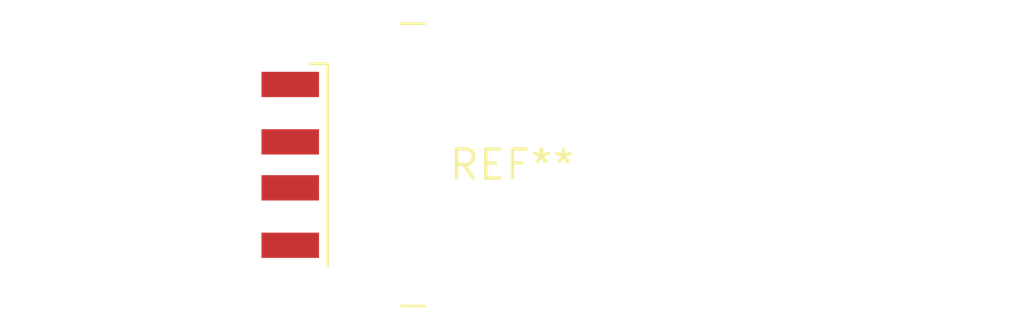
<source format=kicad_pcb>
(kicad_pcb (version 20240108) (generator pcbnew)
  (layers (0 "F.Cu" signal) (31 "B.Cu" signal) (34 "B.Paste" user) (35 "F.Paste" user) (36 "B.SilkS" user "B.Silkscreen") (37 "F.SilkS" user "F.Silkscreen") (38 "B.Mask" user) (39 "F.Mask" user) (44 "Edge.Cuts" user))
  (net 0 "")
  (footprint "USB_A_CNCTech_1001-011-01101_Horizontal" (layer "F.Cu") (at 0 0)
    (property "Reference" "REF**")
    (property "Value" "USB_A_CNCTech_1001-011-01101_Horizontal")
    (fp_line (start -8.02 -4.4) (end -8.775 -4.4) (layer "F.SilkS") (stroke (width 0.12)))
    (fp_line (start -8.02 -4.4) (end -8.02 4.4) (layer "F.SilkS") (stroke (width 0.12)))
    (fp_line (start -4.85 -6.145) (end -3.8 -6.145) (layer "F.SilkS") (stroke (width 0.12)))
    (fp_line (start -4.85 6.145) (end -3.8 6.145) (layer "F.SilkS") (stroke (width 0.12)))
    (pad "" np_thru_hole circle (at -6.9 -2.3) (size 1.1 1.1) (drill 1.1) (layers *.Cu *.Mask))
    (pad "" np_thru_hole circle (at -6.9 2.3) (size 1.1 1.1) (drill 1.1) (layers *.Cu *.Mask))
    (pad "1" smd rect (at -9.65 -3.5) (size 2.5 1.1) (layers "F.Cu" "F.Paste" "F.Mask"))
    (pad "2" smd rect (at -9.65 -1) (size 2.5 1.1) (layers "F.Cu" "F.Paste" "F.Mask"))
    (pad "3" smd rect (at -9.65 1) (size 2.5 1.1) (layers "F.Cu" "F.Paste" "F.Mask"))
    (pad "4" smd rect (at -9.65 3.5) (size 2.5 1.1) (layers "F.Cu" "F.Paste" "F.Mask"))
    (pad "5" thru_hole oval (at -6.9 -5.7) (size 3.5 1.9) (drill oval 2.5 0.9) (layers *.Cu *.Mask) (remove_unused_layers))
    (pad "5" thru_hole oval (at -6.9 5.7) (size 3.5 1.9) (drill oval 2.5 0.9) (layers *.Cu *.Mask) (remove_unused_layers))
  )
)
</source>
